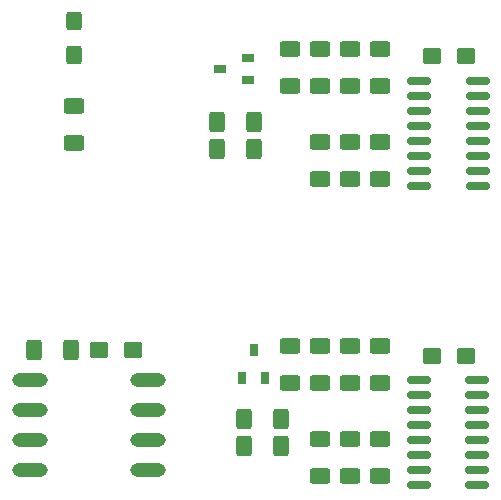
<source format=gtp>
%TF.GenerationSoftware,KiCad,Pcbnew,(6.0.9)*%
%TF.CreationDate,2022-12-10T14:47:00+01:00*%
%TF.ProjectId,Hygrometer_SMD_doubleSided,48796772-6f6d-4657-9465-725f534d445f,rev?*%
%TF.SameCoordinates,Original*%
%TF.FileFunction,Paste,Top*%
%TF.FilePolarity,Positive*%
%FSLAX46Y46*%
G04 Gerber Fmt 4.6, Leading zero omitted, Abs format (unit mm)*
G04 Created by KiCad (PCBNEW (6.0.9)) date 2022-12-10 14:47:00*
%MOMM*%
%LPD*%
G01*
G04 APERTURE LIST*
G04 Aperture macros list*
%AMRoundRect*
0 Rectangle with rounded corners*
0 $1 Rounding radius*
0 $2 $3 $4 $5 $6 $7 $8 $9 X,Y pos of 4 corners*
0 Add a 4 corners polygon primitive as box body*
4,1,4,$2,$3,$4,$5,$6,$7,$8,$9,$2,$3,0*
0 Add four circle primitives for the rounded corners*
1,1,$1+$1,$2,$3*
1,1,$1+$1,$4,$5*
1,1,$1+$1,$6,$7*
1,1,$1+$1,$8,$9*
0 Add four rect primitives between the rounded corners*
20,1,$1+$1,$2,$3,$4,$5,0*
20,1,$1+$1,$4,$5,$6,$7,0*
20,1,$1+$1,$6,$7,$8,$9,0*
20,1,$1+$1,$8,$9,$2,$3,0*%
G04 Aperture macros list end*
%ADD10R,1.000000X0.700000*%
%ADD11R,0.700000X1.000000*%
%ADD12RoundRect,0.250000X-0.625000X0.400000X-0.625000X-0.400000X0.625000X-0.400000X0.625000X0.400000X0*%
%ADD13RoundRect,0.250000X0.625000X-0.400000X0.625000X0.400000X-0.625000X0.400000X-0.625000X-0.400000X0*%
%ADD14RoundRect,0.250000X-0.400000X-0.625000X0.400000X-0.625000X0.400000X0.625000X-0.400000X0.625000X0*%
%ADD15RoundRect,0.150000X-0.825000X-0.150000X0.825000X-0.150000X0.825000X0.150000X-0.825000X0.150000X0*%
%ADD16RoundRect,0.250000X0.400000X0.625000X-0.400000X0.625000X-0.400000X-0.625000X0.400000X-0.625000X0*%
%ADD17RoundRect,0.250000X-0.425000X0.537500X-0.425000X-0.537500X0.425000X-0.537500X0.425000X0.537500X0*%
%ADD18RoundRect,0.250000X0.537500X0.425000X-0.537500X0.425000X-0.537500X-0.425000X0.537500X-0.425000X0*%
%ADD19RoundRect,0.250000X-0.537500X-0.425000X0.537500X-0.425000X0.537500X0.425000X-0.537500X0.425000X0*%
%ADD20O,2.999999X1.200000*%
G04 APERTURE END LIST*
D10*
%TO.C,Q2*%
X65951000Y-38619000D03*
X65951000Y-36719000D03*
X63551000Y-37669000D03*
%TD*%
D11*
%TO.C,Q1*%
X65452000Y-63818000D03*
X67352000Y-63818000D03*
X66402000Y-61418000D03*
%TD*%
D12*
%TO.C,R2*%
X71990000Y-35992000D03*
X71990000Y-39092000D03*
%TD*%
%TO.C,R3*%
X69450000Y-35992000D03*
X69450000Y-39092000D03*
%TD*%
D13*
%TO.C,R5*%
X74530000Y-46966000D03*
X74530000Y-43866000D03*
%TD*%
%TO.C,R6*%
X77070000Y-46966000D03*
X77070000Y-43866000D03*
%TD*%
D12*
%TO.C,R7*%
X77070000Y-35992000D03*
X77070000Y-39092000D03*
%TD*%
%TO.C,R8*%
X74530000Y-35992000D03*
X74530000Y-39092000D03*
%TD*%
D14*
%TO.C,R9*%
X65614000Y-69546000D03*
X68714000Y-69546000D03*
%TD*%
D12*
%TO.C,R10*%
X71990000Y-61138000D03*
X71990000Y-64238000D03*
%TD*%
%TO.C,R11*%
X69450000Y-61138000D03*
X69450000Y-64238000D03*
%TD*%
D13*
%TO.C,R12*%
X71990000Y-72112000D03*
X71990000Y-69012000D03*
%TD*%
%TO.C,R13*%
X74530000Y-72112000D03*
X74530000Y-69012000D03*
%TD*%
%TO.C,R14*%
X77070000Y-72112000D03*
X77070000Y-69012000D03*
%TD*%
D12*
%TO.C,R15*%
X77070000Y-61138000D03*
X77070000Y-64238000D03*
%TD*%
%TO.C,R16*%
X74530000Y-61138000D03*
X74530000Y-64238000D03*
%TD*%
D14*
%TO.C,R17*%
X63328000Y-44400000D03*
X66428000Y-44400000D03*
%TD*%
D15*
%TO.C,U2*%
X80437000Y-38685000D03*
X80437000Y-39955000D03*
X80437000Y-41225000D03*
X80437000Y-42495000D03*
X80437000Y-43765000D03*
X80437000Y-45035000D03*
X80437000Y-46305000D03*
X80437000Y-47575000D03*
X85387000Y-47575000D03*
X85387000Y-46305000D03*
X85387000Y-45035000D03*
X85387000Y-43765000D03*
X85387000Y-42495000D03*
X85387000Y-41225000D03*
X85387000Y-39955000D03*
X85387000Y-38685000D03*
%TD*%
%TO.C,U3*%
X80372000Y-63958000D03*
X80372000Y-65228000D03*
X80372000Y-66498000D03*
X80372000Y-67768000D03*
X80372000Y-69038000D03*
X80372000Y-70308000D03*
X80372000Y-71578000D03*
X80372000Y-72848000D03*
X85322000Y-72848000D03*
X85322000Y-71578000D03*
X85322000Y-70308000D03*
X85322000Y-69038000D03*
X85322000Y-67768000D03*
X85322000Y-66498000D03*
X85322000Y-65228000D03*
X85322000Y-63958000D03*
%TD*%
D13*
%TO.C,R4*%
X71990000Y-46966000D03*
X71990000Y-43866000D03*
%TD*%
D16*
%TO.C,R1*%
X50934000Y-61418000D03*
X47834000Y-61418000D03*
%TD*%
%TO.C,R19*%
X68714000Y-67260000D03*
X65614000Y-67260000D03*
%TD*%
%TO.C,R18*%
X66428000Y-42114000D03*
X63328000Y-42114000D03*
%TD*%
D13*
%TO.C,R20*%
X51162000Y-43903000D03*
X51162000Y-40803000D03*
%TD*%
D17*
%TO.C,C4*%
X51162000Y-33564500D03*
X51162000Y-36439500D03*
%TD*%
D18*
%TO.C,C2*%
X84349500Y-36526000D03*
X81474500Y-36526000D03*
%TD*%
%TO.C,C3*%
X84349500Y-61926000D03*
X81474500Y-61926000D03*
%TD*%
D19*
%TO.C,C1*%
X53280500Y-61418000D03*
X56155500Y-61418000D03*
%TD*%
D20*
%TO.C,U1*%
X47432000Y-63958000D03*
X47432000Y-66498000D03*
X47432000Y-69038000D03*
X47432000Y-71578000D03*
X57432000Y-71578000D03*
X57432000Y-69038000D03*
X57432000Y-66498000D03*
X57432000Y-63958000D03*
%TD*%
M02*

</source>
